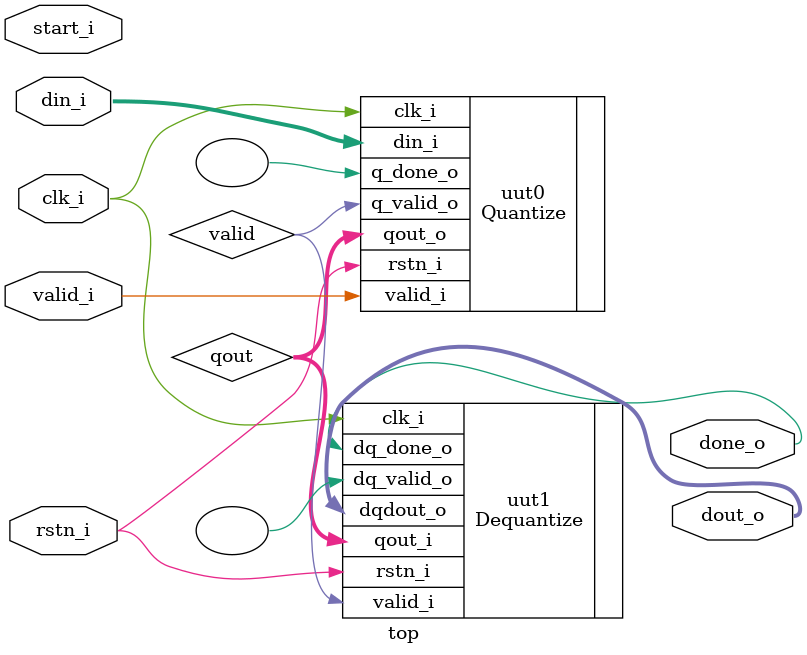
<source format=v>
module top(
    input wire                clk_i,
    input wire                rstn_i,
    input wire                start_i,
    input wire                valid_i,
    input wire signed [31:0]  din_i,
    output wire               done_o,
    output wire signed [31:0] dout_o
    );
Quantize uut0 (
    .clk_i(clk_i),
    .rstn_i(rstn_i),
    .valid_i(valid_i),
    .din_i(din_i),
    .q_valid_o(valid),
    .q_done_o(),
    .qout_o(qout)
);
wire valid;
wire [7:0] qout;
Dequantize uut1 (
    .clk_i(clk_i),//input wire                
    .rstn_i(rstn_i),//input wire                
    .valid_i(valid),//input wire                
    .qout_i(qout),//input wire signed [7:0]   
    .dq_valid_o(),//output wire               
    .dq_done_o(done_o),//output wire               
    .dqdout_o(dout_o)//output wire signed [31:0] 
);
endmodule

</source>
